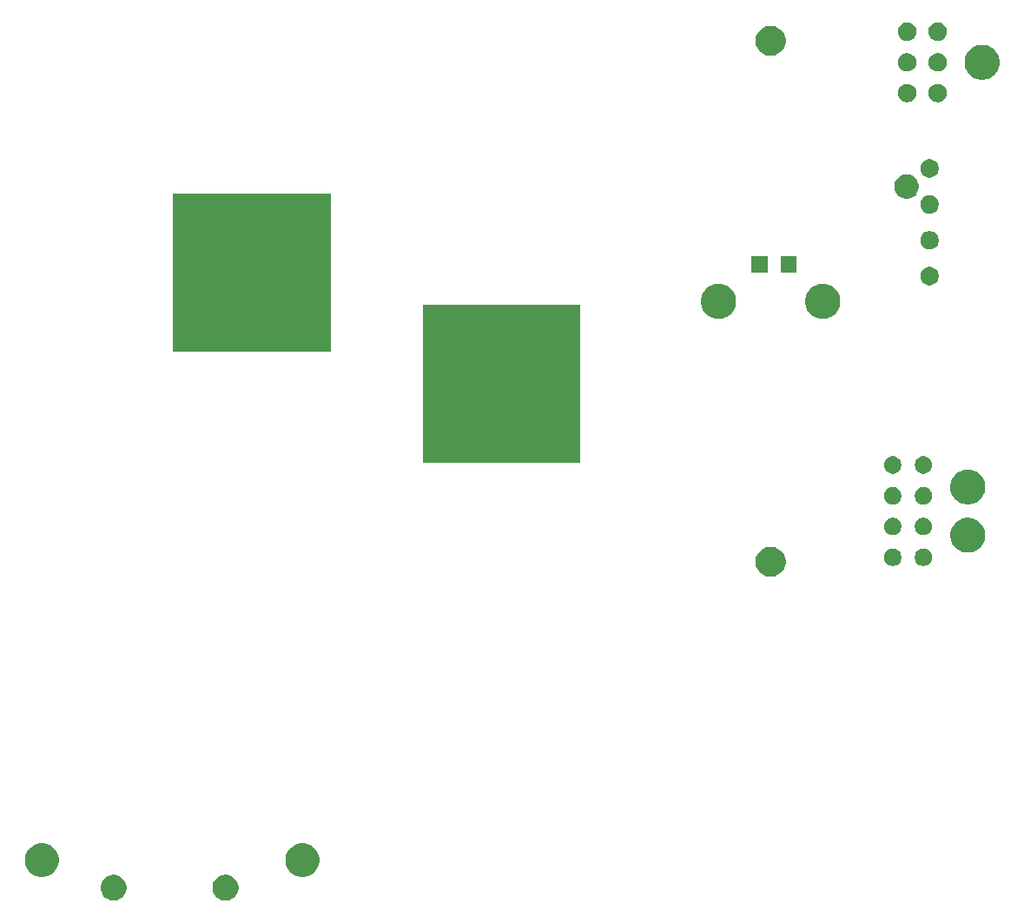
<source format=gbs>
G04 #@! TF.GenerationSoftware,KiCad,Pcbnew,5.0.2-bee76a0~70~ubuntu18.04.1*
G04 #@! TF.CreationDate,2019-04-30T11:18:50-04:00*
G04 #@! TF.ProjectId,AIR_Mount_Plus,4149525f-4d6f-4756-9e74-5f506c75732e,rev?*
G04 #@! TF.SameCoordinates,Original*
G04 #@! TF.FileFunction,Soldermask,Bot*
G04 #@! TF.FilePolarity,Negative*
%FSLAX46Y46*%
G04 Gerber Fmt 4.6, Leading zero omitted, Abs format (unit mm)*
G04 Created by KiCad (PCBNEW 5.0.2-bee76a0~70~ubuntu18.04.1) date Tue 30 Apr 2019 11:18:50 AM EDT*
%MOMM*%
%LPD*%
G01*
G04 APERTURE LIST*
%ADD10C,0.100000*%
G04 APERTURE END LIST*
D10*
G36*
X214215414Y-106231610D02*
X214337129Y-106255821D01*
X214566434Y-106350802D01*
X214772803Y-106488694D01*
X214948306Y-106664197D01*
X215086198Y-106870566D01*
X215181179Y-107099871D01*
X215229600Y-107343301D01*
X215229600Y-107591499D01*
X215181179Y-107834929D01*
X215086198Y-108064234D01*
X214948306Y-108270603D01*
X214772803Y-108446106D01*
X214566434Y-108583998D01*
X214337129Y-108678979D01*
X214215414Y-108703189D01*
X214093701Y-108727400D01*
X213845499Y-108727400D01*
X213723786Y-108703189D01*
X213602071Y-108678979D01*
X213372766Y-108583998D01*
X213166397Y-108446106D01*
X212990894Y-108270603D01*
X212853002Y-108064234D01*
X212758021Y-107834929D01*
X212709600Y-107591499D01*
X212709600Y-107343301D01*
X212758021Y-107099871D01*
X212853002Y-106870566D01*
X212990894Y-106664197D01*
X213166397Y-106488694D01*
X213372766Y-106350802D01*
X213602071Y-106255821D01*
X213723786Y-106231610D01*
X213845499Y-106207400D01*
X214093701Y-106207400D01*
X214215414Y-106231610D01*
X214215414Y-106231610D01*
G37*
G36*
X203315414Y-106231610D02*
X203437129Y-106255821D01*
X203666434Y-106350802D01*
X203872803Y-106488694D01*
X204048306Y-106664197D01*
X204186198Y-106870566D01*
X204281179Y-107099871D01*
X204329600Y-107343301D01*
X204329600Y-107591499D01*
X204281179Y-107834929D01*
X204186198Y-108064234D01*
X204048306Y-108270603D01*
X203872803Y-108446106D01*
X203666434Y-108583998D01*
X203437129Y-108678979D01*
X203315414Y-108703189D01*
X203193701Y-108727400D01*
X202945499Y-108727400D01*
X202823786Y-108703189D01*
X202702071Y-108678979D01*
X202472766Y-108583998D01*
X202266397Y-108446106D01*
X202090894Y-108270603D01*
X201953002Y-108064234D01*
X201858021Y-107834929D01*
X201809600Y-107591499D01*
X201809600Y-107343301D01*
X201858021Y-107099871D01*
X201953002Y-106870566D01*
X202090894Y-106664197D01*
X202266397Y-106488694D01*
X202472766Y-106350802D01*
X202702071Y-106255821D01*
X202823786Y-106231610D01*
X202945499Y-106207400D01*
X203193701Y-106207400D01*
X203315414Y-106231610D01*
X203315414Y-106231610D01*
G37*
G36*
X221943887Y-103210808D02*
X222244168Y-103335189D01*
X222514414Y-103515761D01*
X222744239Y-103745586D01*
X222924811Y-104015832D01*
X223049192Y-104316113D01*
X223112600Y-104634889D01*
X223112600Y-104959911D01*
X223049192Y-105278687D01*
X222924811Y-105578968D01*
X222744239Y-105849214D01*
X222514414Y-106079039D01*
X222244168Y-106259611D01*
X221943887Y-106383992D01*
X221625111Y-106447400D01*
X221300089Y-106447400D01*
X220981313Y-106383992D01*
X220681032Y-106259611D01*
X220410786Y-106079039D01*
X220180961Y-105849214D01*
X220000389Y-105578968D01*
X219876008Y-105278687D01*
X219812600Y-104959911D01*
X219812600Y-104634889D01*
X219876008Y-104316113D01*
X220000389Y-104015832D01*
X220180961Y-103745586D01*
X220410786Y-103515761D01*
X220681032Y-103335189D01*
X220981313Y-103210808D01*
X221300089Y-103147400D01*
X221625111Y-103147400D01*
X221943887Y-103210808D01*
X221943887Y-103210808D01*
G37*
G36*
X196543887Y-103210808D02*
X196844168Y-103335189D01*
X197114414Y-103515761D01*
X197344239Y-103745586D01*
X197524811Y-104015832D01*
X197649192Y-104316113D01*
X197712600Y-104634889D01*
X197712600Y-104959911D01*
X197649192Y-105278687D01*
X197524811Y-105578968D01*
X197344239Y-105849214D01*
X197114414Y-106079039D01*
X196844168Y-106259611D01*
X196543887Y-106383992D01*
X196225111Y-106447400D01*
X195900089Y-106447400D01*
X195581313Y-106383992D01*
X195281032Y-106259611D01*
X195010786Y-106079039D01*
X194780961Y-105849214D01*
X194600389Y-105578968D01*
X194476008Y-105278687D01*
X194412600Y-104959911D01*
X194412600Y-104634889D01*
X194476008Y-104316113D01*
X194600389Y-104015832D01*
X194780961Y-103745586D01*
X195010786Y-103515761D01*
X195281032Y-103335189D01*
X195581313Y-103210808D01*
X195900089Y-103147400D01*
X196225111Y-103147400D01*
X196543887Y-103210808D01*
X196543887Y-103210808D01*
G37*
G36*
X267528781Y-74286490D02*
X267796307Y-74397303D01*
X268037074Y-74558178D01*
X268241822Y-74762926D01*
X268402697Y-75003693D01*
X268513510Y-75271219D01*
X268570000Y-75555216D01*
X268570000Y-75844784D01*
X268513510Y-76128781D01*
X268402697Y-76396307D01*
X268241822Y-76637074D01*
X268037074Y-76841822D01*
X267796307Y-77002697D01*
X267528781Y-77113510D01*
X267244784Y-77170000D01*
X266955216Y-77170000D01*
X266671219Y-77113510D01*
X266403693Y-77002697D01*
X266162926Y-76841822D01*
X265958178Y-76637074D01*
X265797303Y-76396307D01*
X265686490Y-76128781D01*
X265630000Y-75844784D01*
X265630000Y-75555216D01*
X265686490Y-75271219D01*
X265797303Y-75003693D01*
X265958178Y-74762926D01*
X266162926Y-74558178D01*
X266403693Y-74397303D01*
X266671219Y-74286490D01*
X266955216Y-74230000D01*
X267244784Y-74230000D01*
X267528781Y-74286490D01*
X267528781Y-74286490D01*
G37*
G36*
X282249162Y-74440558D02*
X282403855Y-74504634D01*
X282543075Y-74597658D01*
X282661464Y-74716047D01*
X282754488Y-74855267D01*
X282818564Y-75009960D01*
X282851228Y-75174175D01*
X282851228Y-75341613D01*
X282818564Y-75505828D01*
X282754488Y-75660521D01*
X282661464Y-75799741D01*
X282543075Y-75918130D01*
X282403855Y-76011154D01*
X282249162Y-76075230D01*
X282084947Y-76107894D01*
X281917509Y-76107894D01*
X281753294Y-76075230D01*
X281598601Y-76011154D01*
X281459381Y-75918130D01*
X281340992Y-75799741D01*
X281247968Y-75660521D01*
X281183892Y-75505828D01*
X281151228Y-75341613D01*
X281151228Y-75174175D01*
X281183892Y-75009960D01*
X281247968Y-74855267D01*
X281340992Y-74716047D01*
X281459381Y-74597658D01*
X281598601Y-74504634D01*
X281753294Y-74440558D01*
X281917509Y-74407894D01*
X282084947Y-74407894D01*
X282249162Y-74440558D01*
X282249162Y-74440558D01*
G37*
G36*
X279249162Y-74440558D02*
X279403855Y-74504634D01*
X279543075Y-74597658D01*
X279661464Y-74716047D01*
X279754488Y-74855267D01*
X279818564Y-75009960D01*
X279851228Y-75174175D01*
X279851228Y-75341613D01*
X279818564Y-75505828D01*
X279754488Y-75660521D01*
X279661464Y-75799741D01*
X279543075Y-75918130D01*
X279403855Y-76011154D01*
X279249162Y-76075230D01*
X279084947Y-76107894D01*
X278917509Y-76107894D01*
X278753294Y-76075230D01*
X278598601Y-76011154D01*
X278459381Y-75918130D01*
X278340992Y-75799741D01*
X278247968Y-75660521D01*
X278183892Y-75505828D01*
X278151228Y-75341613D01*
X278151228Y-75174175D01*
X278183892Y-75009960D01*
X278247968Y-74855267D01*
X278340992Y-74716047D01*
X278459381Y-74597658D01*
X278598601Y-74504634D01*
X278753294Y-74440558D01*
X278917509Y-74407894D01*
X279084947Y-74407894D01*
X279249162Y-74440558D01*
X279249162Y-74440558D01*
G37*
G36*
X286707621Y-71451447D02*
X286817100Y-71473224D01*
X287126480Y-71601373D01*
X287404915Y-71787417D01*
X287641705Y-72024207D01*
X287827749Y-72302642D01*
X287955898Y-72612022D01*
X287955898Y-72612023D01*
X288016787Y-72918130D01*
X288021228Y-72940459D01*
X288021228Y-73275329D01*
X287955898Y-73603766D01*
X287827749Y-73913146D01*
X287641705Y-74191581D01*
X287404915Y-74428371D01*
X287126480Y-74614415D01*
X286817100Y-74742564D01*
X286714733Y-74762926D01*
X286488665Y-74807894D01*
X286153791Y-74807894D01*
X285927723Y-74762926D01*
X285825356Y-74742564D01*
X285515976Y-74614415D01*
X285237541Y-74428371D01*
X285000751Y-74191581D01*
X284814707Y-73913146D01*
X284686558Y-73603766D01*
X284621228Y-73275329D01*
X284621228Y-72940459D01*
X284625670Y-72918130D01*
X284686558Y-72612023D01*
X284686558Y-72612022D01*
X284814707Y-72302642D01*
X285000751Y-72024207D01*
X285237541Y-71787417D01*
X285515976Y-71601373D01*
X285825356Y-71473224D01*
X285934835Y-71451447D01*
X286153791Y-71407894D01*
X286488665Y-71407894D01*
X286707621Y-71451447D01*
X286707621Y-71451447D01*
G37*
G36*
X279249162Y-71440558D02*
X279403855Y-71504634D01*
X279543075Y-71597658D01*
X279661464Y-71716047D01*
X279754488Y-71855267D01*
X279818564Y-72009960D01*
X279851228Y-72174175D01*
X279851228Y-72341613D01*
X279818564Y-72505828D01*
X279754488Y-72660521D01*
X279661464Y-72799741D01*
X279543075Y-72918130D01*
X279403855Y-73011154D01*
X279249162Y-73075230D01*
X279084947Y-73107894D01*
X278917509Y-73107894D01*
X278753294Y-73075230D01*
X278598601Y-73011154D01*
X278459381Y-72918130D01*
X278340992Y-72799741D01*
X278247968Y-72660521D01*
X278183892Y-72505828D01*
X278151228Y-72341613D01*
X278151228Y-72174175D01*
X278183892Y-72009960D01*
X278247968Y-71855267D01*
X278340992Y-71716047D01*
X278459381Y-71597658D01*
X278598601Y-71504634D01*
X278753294Y-71440558D01*
X278917509Y-71407894D01*
X279084947Y-71407894D01*
X279249162Y-71440558D01*
X279249162Y-71440558D01*
G37*
G36*
X282249162Y-71440558D02*
X282403855Y-71504634D01*
X282543075Y-71597658D01*
X282661464Y-71716047D01*
X282754488Y-71855267D01*
X282818564Y-72009960D01*
X282851228Y-72174175D01*
X282851228Y-72341613D01*
X282818564Y-72505828D01*
X282754488Y-72660521D01*
X282661464Y-72799741D01*
X282543075Y-72918130D01*
X282403855Y-73011154D01*
X282249162Y-73075230D01*
X282084947Y-73107894D01*
X281917509Y-73107894D01*
X281753294Y-73075230D01*
X281598601Y-73011154D01*
X281459381Y-72918130D01*
X281340992Y-72799741D01*
X281247968Y-72660521D01*
X281183892Y-72505828D01*
X281151228Y-72341613D01*
X281151228Y-72174175D01*
X281183892Y-72009960D01*
X281247968Y-71855267D01*
X281340992Y-71716047D01*
X281459381Y-71597658D01*
X281598601Y-71504634D01*
X281753294Y-71440558D01*
X281917509Y-71407894D01*
X282084947Y-71407894D01*
X282249162Y-71440558D01*
X282249162Y-71440558D01*
G37*
G36*
X279249162Y-68440558D02*
X279403855Y-68504634D01*
X279543075Y-68597658D01*
X279661464Y-68716047D01*
X279754488Y-68855267D01*
X279818564Y-69009960D01*
X279851228Y-69174175D01*
X279851228Y-69341613D01*
X279818564Y-69505828D01*
X279754488Y-69660521D01*
X279661464Y-69799741D01*
X279543075Y-69918130D01*
X279403855Y-70011154D01*
X279249162Y-70075230D01*
X279084947Y-70107894D01*
X278917509Y-70107894D01*
X278753294Y-70075230D01*
X278598601Y-70011154D01*
X278459381Y-69918130D01*
X278340992Y-69799741D01*
X278247968Y-69660521D01*
X278183892Y-69505828D01*
X278151228Y-69341613D01*
X278151228Y-69174175D01*
X278183892Y-69009960D01*
X278247968Y-68855267D01*
X278340992Y-68716047D01*
X278459381Y-68597658D01*
X278598601Y-68504634D01*
X278753294Y-68440558D01*
X278917509Y-68407894D01*
X279084947Y-68407894D01*
X279249162Y-68440558D01*
X279249162Y-68440558D01*
G37*
G36*
X282249162Y-68440558D02*
X282403855Y-68504634D01*
X282543075Y-68597658D01*
X282661464Y-68716047D01*
X282754488Y-68855267D01*
X282818564Y-69009960D01*
X282851228Y-69174175D01*
X282851228Y-69341613D01*
X282818564Y-69505828D01*
X282754488Y-69660521D01*
X282661464Y-69799741D01*
X282543075Y-69918130D01*
X282403855Y-70011154D01*
X282249162Y-70075230D01*
X282084947Y-70107894D01*
X281917509Y-70107894D01*
X281753294Y-70075230D01*
X281598601Y-70011154D01*
X281459381Y-69918130D01*
X281340992Y-69799741D01*
X281247968Y-69660521D01*
X281183892Y-69505828D01*
X281151228Y-69341613D01*
X281151228Y-69174175D01*
X281183892Y-69009960D01*
X281247968Y-68855267D01*
X281340992Y-68716047D01*
X281459381Y-68597658D01*
X281598601Y-68504634D01*
X281753294Y-68440558D01*
X281917509Y-68407894D01*
X282084947Y-68407894D01*
X282249162Y-68440558D01*
X282249162Y-68440558D01*
G37*
G36*
X286707621Y-66751447D02*
X286817100Y-66773224D01*
X287126480Y-66901373D01*
X287404915Y-67087417D01*
X287641705Y-67324207D01*
X287827749Y-67602642D01*
X287955898Y-67912022D01*
X287955898Y-67912023D01*
X288021228Y-68240457D01*
X288021228Y-68575331D01*
X287993238Y-68716047D01*
X287955898Y-68903766D01*
X287827749Y-69213146D01*
X287641705Y-69491581D01*
X287404915Y-69728371D01*
X287126480Y-69914415D01*
X286817100Y-70042564D01*
X286707621Y-70064341D01*
X286488665Y-70107894D01*
X286153791Y-70107894D01*
X285934835Y-70064341D01*
X285825356Y-70042564D01*
X285515976Y-69914415D01*
X285237541Y-69728371D01*
X285000751Y-69491581D01*
X284814707Y-69213146D01*
X284686558Y-68903766D01*
X284649218Y-68716047D01*
X284621228Y-68575331D01*
X284621228Y-68240457D01*
X284686558Y-67912023D01*
X284686558Y-67912022D01*
X284814707Y-67602642D01*
X285000751Y-67324207D01*
X285237541Y-67087417D01*
X285515976Y-66901373D01*
X285825356Y-66773224D01*
X285934835Y-66751447D01*
X286153791Y-66707894D01*
X286488665Y-66707894D01*
X286707621Y-66751447D01*
X286707621Y-66751447D01*
G37*
G36*
X282249162Y-65440558D02*
X282403855Y-65504634D01*
X282543075Y-65597658D01*
X282661464Y-65716047D01*
X282754488Y-65855267D01*
X282818564Y-66009960D01*
X282851228Y-66174175D01*
X282851228Y-66341613D01*
X282818564Y-66505828D01*
X282754488Y-66660521D01*
X282661464Y-66799741D01*
X282543075Y-66918130D01*
X282403855Y-67011154D01*
X282249162Y-67075230D01*
X282084947Y-67107894D01*
X281917509Y-67107894D01*
X281753294Y-67075230D01*
X281598601Y-67011154D01*
X281459381Y-66918130D01*
X281340992Y-66799741D01*
X281247968Y-66660521D01*
X281183892Y-66505828D01*
X281151228Y-66341613D01*
X281151228Y-66174175D01*
X281183892Y-66009960D01*
X281247968Y-65855267D01*
X281340992Y-65716047D01*
X281459381Y-65597658D01*
X281598601Y-65504634D01*
X281753294Y-65440558D01*
X281917509Y-65407894D01*
X282084947Y-65407894D01*
X282249162Y-65440558D01*
X282249162Y-65440558D01*
G37*
G36*
X279249162Y-65440558D02*
X279403855Y-65504634D01*
X279543075Y-65597658D01*
X279661464Y-65716047D01*
X279754488Y-65855267D01*
X279818564Y-66009960D01*
X279851228Y-66174175D01*
X279851228Y-66341613D01*
X279818564Y-66505828D01*
X279754488Y-66660521D01*
X279661464Y-66799741D01*
X279543075Y-66918130D01*
X279403855Y-67011154D01*
X279249162Y-67075230D01*
X279084947Y-67107894D01*
X278917509Y-67107894D01*
X278753294Y-67075230D01*
X278598601Y-67011154D01*
X278459381Y-66918130D01*
X278340992Y-66799741D01*
X278247968Y-66660521D01*
X278183892Y-66505828D01*
X278151228Y-66341613D01*
X278151228Y-66174175D01*
X278183892Y-66009960D01*
X278247968Y-65855267D01*
X278340992Y-65716047D01*
X278459381Y-65597658D01*
X278598601Y-65504634D01*
X278753294Y-65440558D01*
X278917509Y-65407894D01*
X279084947Y-65407894D01*
X279249162Y-65440558D01*
X279249162Y-65440558D01*
G37*
G36*
X248582336Y-66079409D02*
X233182336Y-66079409D01*
X233182336Y-50679409D01*
X248582336Y-50679409D01*
X248582336Y-66079409D01*
X248582336Y-66079409D01*
G37*
G36*
X224235832Y-55191956D02*
X208835832Y-55191956D01*
X208835832Y-39791956D01*
X224235832Y-39791956D01*
X224235832Y-55191956D01*
X224235832Y-55191956D01*
G37*
G36*
X262406393Y-48643553D02*
X262515872Y-48665330D01*
X262825252Y-48793479D01*
X263103687Y-48979523D01*
X263340477Y-49216313D01*
X263526521Y-49494748D01*
X263654670Y-49804128D01*
X263720000Y-50132565D01*
X263720000Y-50467435D01*
X263654670Y-50795872D01*
X263526521Y-51105252D01*
X263340477Y-51383687D01*
X263103687Y-51620477D01*
X262825252Y-51806521D01*
X262515872Y-51934670D01*
X262406393Y-51956447D01*
X262187437Y-52000000D01*
X261852563Y-52000000D01*
X261633607Y-51956447D01*
X261524128Y-51934670D01*
X261214748Y-51806521D01*
X260936313Y-51620477D01*
X260699523Y-51383687D01*
X260513479Y-51105252D01*
X260385330Y-50795872D01*
X260320000Y-50467435D01*
X260320000Y-50132565D01*
X260385330Y-49804128D01*
X260513479Y-49494748D01*
X260699523Y-49216313D01*
X260936313Y-48979523D01*
X261214748Y-48793479D01*
X261524128Y-48665330D01*
X261633607Y-48643553D01*
X261852563Y-48600000D01*
X262187437Y-48600000D01*
X262406393Y-48643553D01*
X262406393Y-48643553D01*
G37*
G36*
X272566393Y-48643553D02*
X272675872Y-48665330D01*
X272985252Y-48793479D01*
X273263687Y-48979523D01*
X273500477Y-49216313D01*
X273686521Y-49494748D01*
X273814670Y-49804128D01*
X273880000Y-50132565D01*
X273880000Y-50467435D01*
X273814670Y-50795872D01*
X273686521Y-51105252D01*
X273500477Y-51383687D01*
X273263687Y-51620477D01*
X272985252Y-51806521D01*
X272675872Y-51934670D01*
X272566393Y-51956447D01*
X272347437Y-52000000D01*
X272012563Y-52000000D01*
X271793607Y-51956447D01*
X271684128Y-51934670D01*
X271374748Y-51806521D01*
X271096313Y-51620477D01*
X270859523Y-51383687D01*
X270673479Y-51105252D01*
X270545330Y-50795872D01*
X270480000Y-50467435D01*
X270480000Y-50132565D01*
X270545330Y-49804128D01*
X270673479Y-49494748D01*
X270859523Y-49216313D01*
X271096313Y-48979523D01*
X271374748Y-48793479D01*
X271684128Y-48665330D01*
X271793607Y-48643553D01*
X272012563Y-48600000D01*
X272347437Y-48600000D01*
X272566393Y-48643553D01*
X272566393Y-48643553D01*
G37*
G36*
X282862083Y-46986029D02*
X283025596Y-47053758D01*
X283172764Y-47152093D01*
X283297907Y-47277236D01*
X283396242Y-47424404D01*
X283463971Y-47587917D01*
X283498500Y-47761505D01*
X283498500Y-47938495D01*
X283463971Y-48112083D01*
X283396242Y-48275596D01*
X283297907Y-48422764D01*
X283172764Y-48547907D01*
X283025596Y-48646242D01*
X282862083Y-48713971D01*
X282688495Y-48748500D01*
X282511505Y-48748500D01*
X282337917Y-48713971D01*
X282174404Y-48646242D01*
X282027236Y-48547907D01*
X281902093Y-48422764D01*
X281803758Y-48275596D01*
X281736029Y-48112083D01*
X281701500Y-47938495D01*
X281701500Y-47761505D01*
X281736029Y-47587917D01*
X281803758Y-47424404D01*
X281902093Y-47277236D01*
X282027236Y-47152093D01*
X282174404Y-47053758D01*
X282337917Y-46986029D01*
X282511505Y-46951500D01*
X282688495Y-46951500D01*
X282862083Y-46986029D01*
X282862083Y-46986029D01*
G37*
G36*
X269662000Y-47536000D02*
X268062000Y-47536000D01*
X268062000Y-45936000D01*
X269662000Y-45936000D01*
X269662000Y-47536000D01*
X269662000Y-47536000D01*
G37*
G36*
X266862000Y-47536000D02*
X265262000Y-47536000D01*
X265262000Y-45936000D01*
X266862000Y-45936000D01*
X266862000Y-47536000D01*
X266862000Y-47536000D01*
G37*
G36*
X282862083Y-43486029D02*
X283025596Y-43553758D01*
X283172764Y-43652093D01*
X283297907Y-43777236D01*
X283396242Y-43924404D01*
X283463971Y-44087917D01*
X283498500Y-44261505D01*
X283498500Y-44438495D01*
X283463971Y-44612083D01*
X283396242Y-44775596D01*
X283297907Y-44922764D01*
X283172764Y-45047907D01*
X283025596Y-45146242D01*
X282862083Y-45213971D01*
X282688495Y-45248500D01*
X282511505Y-45248500D01*
X282337917Y-45213971D01*
X282174404Y-45146242D01*
X282027236Y-45047907D01*
X281902093Y-44922764D01*
X281803758Y-44775596D01*
X281736029Y-44612083D01*
X281701500Y-44438495D01*
X281701500Y-44261505D01*
X281736029Y-44087917D01*
X281803758Y-43924404D01*
X281902093Y-43777236D01*
X282027236Y-43652093D01*
X282174404Y-43553758D01*
X282337917Y-43486029D01*
X282511505Y-43451500D01*
X282688495Y-43451500D01*
X282862083Y-43486029D01*
X282862083Y-43486029D01*
G37*
G36*
X282862083Y-39986029D02*
X283025596Y-40053758D01*
X283172764Y-40152093D01*
X283297907Y-40277236D01*
X283297909Y-40277239D01*
X283297910Y-40277240D01*
X283396240Y-40424401D01*
X283396242Y-40424404D01*
X283463971Y-40587917D01*
X283498500Y-40761505D01*
X283498500Y-40938495D01*
X283463971Y-41112083D01*
X283396242Y-41275596D01*
X283297907Y-41422764D01*
X283172764Y-41547907D01*
X283025596Y-41646242D01*
X282862083Y-41713971D01*
X282688495Y-41748500D01*
X282511505Y-41748500D01*
X282337917Y-41713971D01*
X282174404Y-41646242D01*
X282027236Y-41547907D01*
X281902093Y-41422764D01*
X281803758Y-41275596D01*
X281736029Y-41112083D01*
X281701500Y-40938495D01*
X281701500Y-40761505D01*
X281736029Y-40587917D01*
X281803758Y-40424404D01*
X281803760Y-40424401D01*
X281902090Y-40277240D01*
X281902091Y-40277239D01*
X281902093Y-40277236D01*
X282027236Y-40152093D01*
X282174404Y-40053758D01*
X282337917Y-39986029D01*
X282511505Y-39951500D01*
X282688495Y-39951500D01*
X282862083Y-39986029D01*
X282862083Y-39986029D01*
G37*
G36*
X280717255Y-37955250D02*
X280933910Y-38044991D01*
X281128903Y-38175282D01*
X281294718Y-38341097D01*
X281425009Y-38536090D01*
X281514750Y-38752745D01*
X281560500Y-38982745D01*
X281560500Y-39217255D01*
X281514750Y-39447255D01*
X281425009Y-39663910D01*
X281294718Y-39858903D01*
X281128903Y-40024718D01*
X280933910Y-40155009D01*
X280717255Y-40244750D01*
X280487255Y-40290500D01*
X280252745Y-40290500D01*
X280022745Y-40244750D01*
X279806090Y-40155009D01*
X279611097Y-40024718D01*
X279445282Y-39858903D01*
X279314991Y-39663910D01*
X279225250Y-39447255D01*
X279179500Y-39217255D01*
X279179500Y-38982745D01*
X279225250Y-38752745D01*
X279314991Y-38536090D01*
X279445282Y-38341097D01*
X279611097Y-38175282D01*
X279806090Y-38044991D01*
X280022745Y-37955250D01*
X280252745Y-37909500D01*
X280487255Y-37909500D01*
X280717255Y-37955250D01*
X280717255Y-37955250D01*
G37*
G36*
X282862083Y-36486029D02*
X283025596Y-36553758D01*
X283172764Y-36652093D01*
X283297907Y-36777236D01*
X283396242Y-36924404D01*
X283463971Y-37087917D01*
X283498500Y-37261505D01*
X283498500Y-37438495D01*
X283463971Y-37612083D01*
X283396242Y-37775596D01*
X283297907Y-37922764D01*
X283172764Y-38047907D01*
X283025596Y-38146242D01*
X282862083Y-38213971D01*
X282688495Y-38248500D01*
X282511505Y-38248500D01*
X282337917Y-38213971D01*
X282174404Y-38146242D01*
X282027236Y-38047907D01*
X281902093Y-37922764D01*
X281803758Y-37775596D01*
X281736029Y-37612083D01*
X281701500Y-37438495D01*
X281701500Y-37261505D01*
X281736029Y-37087917D01*
X281803758Y-36924404D01*
X281902093Y-36777236D01*
X282027236Y-36652093D01*
X282174404Y-36553758D01*
X282337917Y-36486029D01*
X282511505Y-36451500D01*
X282688495Y-36451500D01*
X282862083Y-36486029D01*
X282862083Y-36486029D01*
G37*
G36*
X283662521Y-29134586D02*
X283826309Y-29202429D01*
X283973720Y-29300926D01*
X284099074Y-29426280D01*
X284197571Y-29573691D01*
X284265414Y-29737479D01*
X284300000Y-29911356D01*
X284300000Y-30088644D01*
X284265414Y-30262521D01*
X284197571Y-30426309D01*
X284099074Y-30573720D01*
X283973720Y-30699074D01*
X283826309Y-30797571D01*
X283662521Y-30865414D01*
X283488644Y-30900000D01*
X283311356Y-30900000D01*
X283137479Y-30865414D01*
X282973691Y-30797571D01*
X282826280Y-30699074D01*
X282700926Y-30573720D01*
X282602429Y-30426309D01*
X282534586Y-30262521D01*
X282500000Y-30088644D01*
X282500000Y-29911356D01*
X282534586Y-29737479D01*
X282602429Y-29573691D01*
X282700926Y-29426280D01*
X282826280Y-29300926D01*
X282973691Y-29202429D01*
X283137479Y-29134586D01*
X283311356Y-29100000D01*
X283488644Y-29100000D01*
X283662521Y-29134586D01*
X283662521Y-29134586D01*
G37*
G36*
X280662521Y-29134586D02*
X280826309Y-29202429D01*
X280973720Y-29300926D01*
X281099074Y-29426280D01*
X281197571Y-29573691D01*
X281265414Y-29737479D01*
X281300000Y-29911356D01*
X281300000Y-30088644D01*
X281265414Y-30262521D01*
X281197571Y-30426309D01*
X281099074Y-30573720D01*
X280973720Y-30699074D01*
X280826309Y-30797571D01*
X280662521Y-30865414D01*
X280488644Y-30900000D01*
X280311356Y-30900000D01*
X280137479Y-30865414D01*
X279973691Y-30797571D01*
X279826280Y-30699074D01*
X279700926Y-30573720D01*
X279602429Y-30426309D01*
X279534586Y-30262521D01*
X279500000Y-30088644D01*
X279500000Y-29911356D01*
X279534586Y-29737479D01*
X279602429Y-29573691D01*
X279700926Y-29426280D01*
X279826280Y-29300926D01*
X279973691Y-29202429D01*
X280137479Y-29134586D01*
X280311356Y-29100000D01*
X280488644Y-29100000D01*
X280662521Y-29134586D01*
X280662521Y-29134586D01*
G37*
G36*
X288106393Y-25343553D02*
X288215872Y-25365330D01*
X288525252Y-25493479D01*
X288803687Y-25679523D01*
X289040477Y-25916313D01*
X289226521Y-26194748D01*
X289354670Y-26504128D01*
X289354670Y-26504129D01*
X289420000Y-26832563D01*
X289420000Y-27167437D01*
X289401086Y-27262521D01*
X289354670Y-27495872D01*
X289226521Y-27805252D01*
X289040477Y-28083687D01*
X288803687Y-28320477D01*
X288525252Y-28506521D01*
X288215872Y-28634670D01*
X288106393Y-28656447D01*
X287887437Y-28700000D01*
X287552563Y-28700000D01*
X287333607Y-28656447D01*
X287224128Y-28634670D01*
X286914748Y-28506521D01*
X286636313Y-28320477D01*
X286399523Y-28083687D01*
X286213479Y-27805252D01*
X286085330Y-27495872D01*
X286038914Y-27262521D01*
X286020000Y-27167437D01*
X286020000Y-26832563D01*
X286085330Y-26504129D01*
X286085330Y-26504128D01*
X286213479Y-26194748D01*
X286399523Y-25916313D01*
X286636313Y-25679523D01*
X286914748Y-25493479D01*
X287224128Y-25365330D01*
X287333607Y-25343553D01*
X287552563Y-25300000D01*
X287887437Y-25300000D01*
X288106393Y-25343553D01*
X288106393Y-25343553D01*
G37*
G36*
X280662521Y-26134586D02*
X280826309Y-26202429D01*
X280973720Y-26300926D01*
X281099074Y-26426280D01*
X281197571Y-26573691D01*
X281265414Y-26737479D01*
X281300000Y-26911356D01*
X281300000Y-27088644D01*
X281265414Y-27262521D01*
X281197571Y-27426309D01*
X281099074Y-27573720D01*
X280973720Y-27699074D01*
X280826309Y-27797571D01*
X280662521Y-27865414D01*
X280488644Y-27900000D01*
X280311356Y-27900000D01*
X280137479Y-27865414D01*
X279973691Y-27797571D01*
X279826280Y-27699074D01*
X279700926Y-27573720D01*
X279602429Y-27426309D01*
X279534586Y-27262521D01*
X279500000Y-27088644D01*
X279500000Y-26911356D01*
X279534586Y-26737479D01*
X279602429Y-26573691D01*
X279700926Y-26426280D01*
X279826280Y-26300926D01*
X279973691Y-26202429D01*
X280137479Y-26134586D01*
X280311356Y-26100000D01*
X280488644Y-26100000D01*
X280662521Y-26134586D01*
X280662521Y-26134586D01*
G37*
G36*
X283662521Y-26134586D02*
X283826309Y-26202429D01*
X283973720Y-26300926D01*
X284099074Y-26426280D01*
X284197571Y-26573691D01*
X284265414Y-26737479D01*
X284300000Y-26911356D01*
X284300000Y-27088644D01*
X284265414Y-27262521D01*
X284197571Y-27426309D01*
X284099074Y-27573720D01*
X283973720Y-27699074D01*
X283826309Y-27797571D01*
X283662521Y-27865414D01*
X283488644Y-27900000D01*
X283311356Y-27900000D01*
X283137479Y-27865414D01*
X282973691Y-27797571D01*
X282826280Y-27699074D01*
X282700926Y-27573720D01*
X282602429Y-27426309D01*
X282534586Y-27262521D01*
X282500000Y-27088644D01*
X282500000Y-26911356D01*
X282534586Y-26737479D01*
X282602429Y-26573691D01*
X282700926Y-26426280D01*
X282826280Y-26300926D01*
X282973691Y-26202429D01*
X283137479Y-26134586D01*
X283311356Y-26100000D01*
X283488644Y-26100000D01*
X283662521Y-26134586D01*
X283662521Y-26134586D01*
G37*
G36*
X267528781Y-23486490D02*
X267796307Y-23597303D01*
X268037074Y-23758178D01*
X268241822Y-23962926D01*
X268402697Y-24203693D01*
X268513510Y-24471219D01*
X268570000Y-24755216D01*
X268570000Y-25044784D01*
X268513510Y-25328781D01*
X268402697Y-25596307D01*
X268241822Y-25837074D01*
X268037074Y-26041822D01*
X267796307Y-26202697D01*
X267528781Y-26313510D01*
X267244784Y-26370000D01*
X266955216Y-26370000D01*
X266671219Y-26313510D01*
X266403693Y-26202697D01*
X266162926Y-26041822D01*
X265958178Y-25837074D01*
X265797303Y-25596307D01*
X265686490Y-25328781D01*
X265630000Y-25044784D01*
X265630000Y-24755216D01*
X265686490Y-24471219D01*
X265797303Y-24203693D01*
X265958178Y-23962926D01*
X266162926Y-23758178D01*
X266403693Y-23597303D01*
X266671219Y-23486490D01*
X266955216Y-23430000D01*
X267244784Y-23430000D01*
X267528781Y-23486490D01*
X267528781Y-23486490D01*
G37*
G36*
X280662521Y-23134586D02*
X280826309Y-23202429D01*
X280973720Y-23300926D01*
X281099074Y-23426280D01*
X281197571Y-23573691D01*
X281265414Y-23737479D01*
X281300000Y-23911356D01*
X281300000Y-24088644D01*
X281265414Y-24262521D01*
X281197571Y-24426309D01*
X281099074Y-24573720D01*
X280973720Y-24699074D01*
X280826309Y-24797571D01*
X280662521Y-24865414D01*
X280488644Y-24900000D01*
X280311356Y-24900000D01*
X280137479Y-24865414D01*
X279973691Y-24797571D01*
X279826280Y-24699074D01*
X279700926Y-24573720D01*
X279602429Y-24426309D01*
X279534586Y-24262521D01*
X279500000Y-24088644D01*
X279500000Y-23911356D01*
X279534586Y-23737479D01*
X279602429Y-23573691D01*
X279700926Y-23426280D01*
X279826280Y-23300926D01*
X279973691Y-23202429D01*
X280137479Y-23134586D01*
X280311356Y-23100000D01*
X280488644Y-23100000D01*
X280662521Y-23134586D01*
X280662521Y-23134586D01*
G37*
G36*
X283662521Y-23134586D02*
X283826309Y-23202429D01*
X283973720Y-23300926D01*
X284099074Y-23426280D01*
X284197571Y-23573691D01*
X284265414Y-23737479D01*
X284300000Y-23911356D01*
X284300000Y-24088644D01*
X284265414Y-24262521D01*
X284197571Y-24426309D01*
X284099074Y-24573720D01*
X283973720Y-24699074D01*
X283826309Y-24797571D01*
X283662521Y-24865414D01*
X283488644Y-24900000D01*
X283311356Y-24900000D01*
X283137479Y-24865414D01*
X282973691Y-24797571D01*
X282826280Y-24699074D01*
X282700926Y-24573720D01*
X282602429Y-24426309D01*
X282534586Y-24262521D01*
X282500000Y-24088644D01*
X282500000Y-23911356D01*
X282534586Y-23737479D01*
X282602429Y-23573691D01*
X282700926Y-23426280D01*
X282826280Y-23300926D01*
X282973691Y-23202429D01*
X283137479Y-23134586D01*
X283311356Y-23100000D01*
X283488644Y-23100000D01*
X283662521Y-23134586D01*
X283662521Y-23134586D01*
G37*
M02*

</source>
